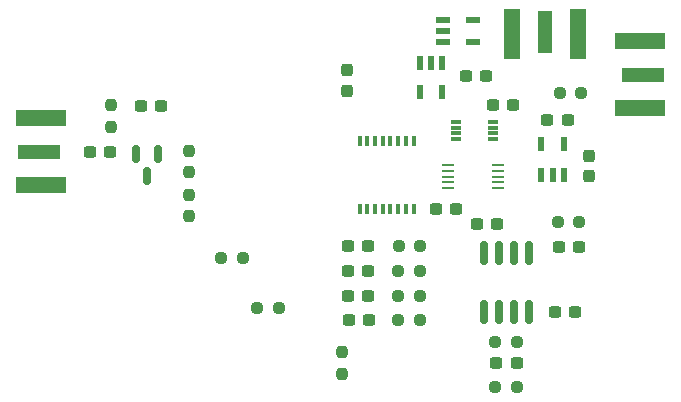
<source format=gbr>
%TF.GenerationSoftware,KiCad,Pcbnew,(6.0.2)*%
%TF.CreationDate,2022-12-27T17:28:47-08:00*%
%TF.ProjectId,qsd_revB,7173645f-7265-4764-922e-6b696361645f,rev?*%
%TF.SameCoordinates,Original*%
%TF.FileFunction,Paste,Top*%
%TF.FilePolarity,Positive*%
%FSLAX46Y46*%
G04 Gerber Fmt 4.6, Leading zero omitted, Abs format (unit mm)*
G04 Created by KiCad (PCBNEW (6.0.2)) date 2022-12-27 17:28:47*
%MOMM*%
%LPD*%
G01*
G04 APERTURE LIST*
G04 Aperture macros list*
%AMRoundRect*
0 Rectangle with rounded corners*
0 $1 Rounding radius*
0 $2 $3 $4 $5 $6 $7 $8 $9 X,Y pos of 4 corners*
0 Add a 4 corners polygon primitive as box body*
4,1,4,$2,$3,$4,$5,$6,$7,$8,$9,$2,$3,0*
0 Add four circle primitives for the rounded corners*
1,1,$1+$1,$2,$3*
1,1,$1+$1,$4,$5*
1,1,$1+$1,$6,$7*
1,1,$1+$1,$8,$9*
0 Add four rect primitives between the rounded corners*
20,1,$1+$1,$2,$3,$4,$5,0*
20,1,$1+$1,$4,$5,$6,$7,0*
20,1,$1+$1,$6,$7,$8,$9,0*
20,1,$1+$1,$8,$9,$2,$3,0*%
G04 Aperture macros list end*
%ADD10RoundRect,0.237500X-0.300000X-0.237500X0.300000X-0.237500X0.300000X0.237500X-0.300000X0.237500X0*%
%ADD11RoundRect,0.237500X0.300000X0.237500X-0.300000X0.237500X-0.300000X-0.237500X0.300000X-0.237500X0*%
%ADD12RoundRect,0.237500X-0.237500X0.300000X-0.237500X-0.300000X0.237500X-0.300000X0.237500X0.300000X0*%
%ADD13R,0.600000X1.200000*%
%ADD14R,1.270000X3.600000*%
%ADD15R,1.350000X4.200000*%
%ADD16RoundRect,0.150000X-0.150000X0.825000X-0.150000X-0.825000X0.150000X-0.825000X0.150000X0.825000X0*%
%ADD17RoundRect,0.237500X0.250000X0.237500X-0.250000X0.237500X-0.250000X-0.237500X0.250000X-0.237500X0*%
%ADD18RoundRect,0.237500X0.237500X-0.250000X0.237500X0.250000X-0.237500X0.250000X-0.237500X-0.250000X0*%
%ADD19RoundRect,0.237500X-0.237500X0.250000X-0.237500X-0.250000X0.237500X-0.250000X0.237500X0.250000X0*%
%ADD20RoundRect,0.237500X-0.250000X-0.237500X0.250000X-0.237500X0.250000X0.237500X-0.250000X0.237500X0*%
%ADD21RoundRect,0.150000X-0.150000X0.587500X-0.150000X-0.587500X0.150000X-0.587500X0.150000X0.587500X0*%
%ADD22RoundRect,0.237500X0.237500X-0.300000X0.237500X0.300000X-0.237500X0.300000X-0.237500X-0.300000X0*%
%ADD23R,4.200000X1.350000*%
%ADD24R,3.600000X1.270000*%
%ADD25R,1.200000X0.600000*%
%ADD26R,1.000000X0.250000*%
%ADD27R,0.350000X0.900000*%
%ADD28R,0.850000X0.300000*%
G04 APERTURE END LIST*
D10*
%TO.C,C11*%
X153038600Y-107204600D03*
X154763600Y-107204600D03*
%TD*%
D11*
%TO.C,C4*%
X153868600Y-94744600D03*
X152143600Y-94744600D03*
%TD*%
D12*
%TO.C,C1*%
X162576100Y-101467100D03*
X162576100Y-103192100D03*
%TD*%
D13*
%TO.C,IC2*%
X150126100Y-96074600D03*
X148226100Y-96074600D03*
X148226100Y-93574600D03*
X149176100Y-93574600D03*
X150126100Y-93574600D03*
%TD*%
D14*
%TO.C,J3*%
X158826100Y-90954600D03*
D15*
X156001100Y-91154600D03*
X161651100Y-91154600D03*
%TD*%
D16*
%TO.C,U1*%
X157456100Y-109729600D03*
X156186100Y-109729600D03*
X154916100Y-109729600D03*
X153646100Y-109729600D03*
X153646100Y-114679600D03*
X154916100Y-114679600D03*
X156186100Y-114679600D03*
X157456100Y-114679600D03*
%TD*%
D17*
%TO.C,R31*%
X156463600Y-117204600D03*
X154638600Y-117204600D03*
%TD*%
%TO.C,R28*%
X161738600Y-107054600D03*
X159913600Y-107054600D03*
%TD*%
%TO.C,R27*%
X146388600Y-115379600D03*
X148213600Y-115379600D03*
%TD*%
%TO.C,R26*%
X148213600Y-113304600D03*
X146388600Y-113304600D03*
%TD*%
%TO.C,R19*%
X148213600Y-111229600D03*
X146388600Y-111229600D03*
%TD*%
%TO.C,R18*%
X148263600Y-109104600D03*
X146438600Y-109104600D03*
%TD*%
%TO.C,R10*%
X136313600Y-114379600D03*
X134488600Y-114379600D03*
%TD*%
%TO.C,R8*%
X133238600Y-110129600D03*
X131413600Y-110129600D03*
%TD*%
D18*
%TO.C,R7*%
X128726100Y-106604600D03*
X128726100Y-104779600D03*
%TD*%
%TO.C,R6*%
X128726100Y-102879600D03*
X128726100Y-101054600D03*
%TD*%
D19*
%TO.C,R5*%
X122101100Y-97192100D03*
X122101100Y-99017100D03*
%TD*%
D17*
%TO.C,R4*%
X156463600Y-121029600D03*
X154638600Y-121029600D03*
%TD*%
D18*
%TO.C,R2*%
X141626100Y-119904600D03*
X141626100Y-118079600D03*
%TD*%
D20*
%TO.C,R1*%
X160063600Y-96134600D03*
X161888600Y-96134600D03*
%TD*%
D21*
%TO.C,Q1*%
X126076100Y-101317100D03*
X124176100Y-101317100D03*
X125126100Y-103192100D03*
%TD*%
D11*
%TO.C,C21*%
X161738600Y-109229600D03*
X160013600Y-109229600D03*
%TD*%
%TO.C,C20*%
X161388600Y-114679600D03*
X159663600Y-114679600D03*
%TD*%
%TO.C,C18*%
X156438600Y-119054600D03*
X154713600Y-119054600D03*
%TD*%
%TO.C,C16*%
X126313600Y-97229600D03*
X124588600Y-97229600D03*
%TD*%
D10*
%TO.C,C15*%
X143938600Y-115404600D03*
X142213600Y-115404600D03*
%TD*%
%TO.C,C14*%
X143863600Y-113354600D03*
X142138600Y-113354600D03*
%TD*%
%TO.C,C13*%
X142163600Y-111204600D03*
X143888600Y-111204600D03*
%TD*%
%TO.C,C12*%
X143876100Y-109104600D03*
X142151100Y-109104600D03*
%TD*%
%TO.C,C10*%
X149563600Y-105979600D03*
X151288600Y-105979600D03*
%TD*%
D22*
%TO.C,C6*%
X142101100Y-95967100D03*
X142101100Y-94242100D03*
%TD*%
D11*
%TO.C,C5*%
X156163600Y-97204600D03*
X154438600Y-97204600D03*
%TD*%
%TO.C,C3*%
X122001100Y-101129600D03*
X120276100Y-101129600D03*
%TD*%
%TO.C,C2*%
X160738600Y-98404600D03*
X159013600Y-98404600D03*
%TD*%
D23*
%TO.C,J2*%
X116163600Y-98304600D03*
X116163600Y-103954600D03*
D24*
X115963600Y-101129600D03*
%TD*%
D23*
%TO.C,J1*%
X166888600Y-97429600D03*
X166888600Y-91779600D03*
D24*
X167088600Y-94604600D03*
%TD*%
D25*
%TO.C,IC6*%
X150226100Y-89954600D03*
X150226100Y-90904600D03*
X150226100Y-91854600D03*
X152726100Y-91854600D03*
X152726100Y-89954600D03*
%TD*%
D26*
%TO.C,IC4*%
X150588000Y-104229600D03*
X150588000Y-103729600D03*
X150588000Y-103229600D03*
X150588000Y-102729600D03*
X150588000Y-102229600D03*
X154814200Y-102229600D03*
X154814200Y-102729600D03*
X154814200Y-103229600D03*
X154814200Y-103729600D03*
X154814200Y-104229600D03*
%TD*%
D27*
%TO.C,IC5*%
X147701100Y-105979600D03*
X147051100Y-105979600D03*
X146401100Y-105979600D03*
X145751100Y-105979600D03*
X145101100Y-105979600D03*
X144451100Y-105979600D03*
X143801100Y-105979600D03*
X143151100Y-105979600D03*
X143151100Y-100229600D03*
X143801100Y-100229600D03*
X144451100Y-100229600D03*
X145101100Y-100229600D03*
X145751100Y-100229600D03*
X146401100Y-100229600D03*
X147051100Y-100229600D03*
X147701100Y-100229600D03*
%TD*%
D13*
%TO.C,IC1*%
X160426100Y-103085600D03*
X159476100Y-103085600D03*
X158526100Y-103085600D03*
X160426100Y-100473600D03*
X158526100Y-100473600D03*
%TD*%
D28*
%TO.C,IC3*%
X154426100Y-98579600D03*
X154426100Y-99079600D03*
X154426100Y-99579600D03*
X154426100Y-100079600D03*
X151276100Y-100079600D03*
X151276100Y-99579600D03*
X151276100Y-99079600D03*
X151276100Y-98579600D03*
%TD*%
M02*

</source>
